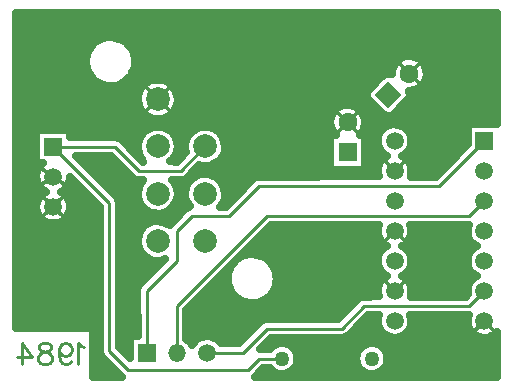
<source format=gbr>
G04 DipTrace 2.3.0.1*
%INBottomCopper.gbr*%
%MOIN*%
%ADD13C,0.01*%
%ADD14C,0.025*%
%ADD15C,0.013*%
%ADD16C,0.063*%
%ADD17R,0.063X0.063*%
%ADD18R,0.0591X0.0591*%
%ADD19O,0.0594X0.0591*%
%ADD20C,0.0591*%
%ADD21O,0.0591X0.0594*%
%ADD22C,0.05*%
%ADD23C,0.05*%
%ADD24C,0.0791*%
%ADD25C,0.18*%
%ADD54C,0.0108*%
%FSLAX44Y44*%
G04*
G70*
G90*
G75*
G01*
%LNBottom*%
%LPD*%
X1625Y8063D2*
D13*
X3687D1*
X4500Y7250D1*
X5870D1*
X6689Y8069D1*
X9250Y1000D2*
X8500D1*
X8125Y625D1*
X4125D1*
X3500Y1250D1*
Y6189D1*
X1625Y8063D1*
X5750Y1188D2*
Y2750D1*
X8750Y5750D1*
X15500D1*
X16000Y6250D1*
X4750Y1188D2*
Y3250D1*
X5750Y4250D1*
Y5250D1*
X6250Y5750D1*
X7500D1*
X8500Y6750D1*
X14500D1*
X16000Y8250D1*
X6750Y1188D2*
X7938D1*
X8750Y2000D1*
X11250D1*
X12000Y2750D1*
X15500D1*
X16000Y3250D1*
D25*
X1370Y11020D3*
X10430D3*
Y3540D3*
X1370D3*
X410Y12266D2*
D14*
X16401D1*
X410Y12018D2*
X16401D1*
X410Y11769D2*
X16401D1*
X410Y11520D2*
X2987D1*
X4092D2*
X16401D1*
X410Y11272D2*
X2792D1*
X4291D2*
X16401D1*
X410Y11023D2*
X2710D1*
X4369D2*
X13225D1*
X13775D2*
X16401D1*
X410Y10774D2*
X2710D1*
X4369D2*
X12964D1*
X14037D2*
X16401D1*
X410Y10525D2*
X2792D1*
X4287D2*
X12897D1*
X14103D2*
X16401D1*
X410Y10277D2*
X2991D1*
X4088D2*
X4909D1*
X5310D2*
X12432D1*
X14060D2*
X16401D1*
X410Y10028D2*
X4549D1*
X5670D2*
X12182D1*
X13861D2*
X16401D1*
X410Y9779D2*
X4440D1*
X5783D2*
X12057D1*
X13529D2*
X16401D1*
X410Y9531D2*
X4436D1*
X5787D2*
X12210D1*
X13377D2*
X16401D1*
X410Y9282D2*
X4530D1*
X5689D2*
X10999D1*
X11877D2*
X12460D1*
X13127D2*
X16401D1*
X410Y9033D2*
X4827D1*
X5396D2*
X10854D1*
X12021D2*
X16401D1*
X410Y8785D2*
X10842D1*
X12037D2*
X12815D1*
X13201D2*
X15417D1*
X410Y8536D2*
X1042D1*
X2209D2*
X4620D1*
X5603D2*
X6198D1*
X7181D2*
X10944D1*
X11935D2*
X12503D1*
X13514D2*
X15417D1*
X410Y8287D2*
X1042D1*
X3931D2*
X4464D1*
X5760D2*
X6042D1*
X7338D2*
X10835D1*
X12045D2*
X12424D1*
X13592D2*
X15417D1*
X410Y8039D2*
X1042D1*
X4181D2*
X4424D1*
X5795D2*
X6006D1*
X7373D2*
X10835D1*
X12045D2*
X12464D1*
X13553D2*
X15319D1*
X410Y7790D2*
X1042D1*
X5736D2*
X5940D1*
X7314D2*
X10835D1*
X12045D2*
X12663D1*
X13353D2*
X15069D1*
X410Y7541D2*
X1042D1*
X2619D2*
X3737D1*
X7111D2*
X10835D1*
X12045D2*
X12503D1*
X13510D2*
X14823D1*
X410Y7293D2*
X1089D1*
X2865D2*
X3987D1*
X6385D2*
X12424D1*
X13592D2*
X14573D1*
X410Y7044D2*
X1042D1*
X3115D2*
X4237D1*
X6135D2*
X6303D1*
X7076D2*
X8362D1*
X410Y6795D2*
X1108D1*
X2142D2*
X2424D1*
X3365D2*
X4499D1*
X5721D2*
X6077D1*
X7299D2*
X8077D1*
X410Y6546D2*
X1315D1*
X1935D2*
X2671D1*
X3611D2*
X4428D1*
X5795D2*
X6006D1*
X7373D2*
X7827D1*
X410Y6298D2*
X1092D1*
X2158D2*
X2921D1*
X3822D2*
X4456D1*
X5767D2*
X6034D1*
X7346D2*
X7577D1*
X410Y6049D2*
X1042D1*
X2209D2*
X3159D1*
X3842D2*
X4596D1*
X5627D2*
X6128D1*
X410Y5800D2*
X1104D1*
X2146D2*
X3159D1*
X3842D2*
X5831D1*
X410Y5552D2*
X1374D1*
X1877D2*
X3159D1*
X3842D2*
X4893D1*
X5326D2*
X5581D1*
X410Y5303D2*
X3159D1*
X3842D2*
X4549D1*
X8775D2*
X12424D1*
X13592D2*
X15417D1*
X410Y5054D2*
X3159D1*
X3842D2*
X4440D1*
X8525D2*
X12460D1*
X13556D2*
X15452D1*
X410Y4806D2*
X3159D1*
X3842D2*
X4436D1*
X8275D2*
X12643D1*
X13373D2*
X15635D1*
X410Y4557D2*
X3159D1*
X3842D2*
X4534D1*
X8029D2*
X12514D1*
X13502D2*
X15506D1*
X410Y4308D2*
X3159D1*
X3842D2*
X4835D1*
X8779D2*
X12424D1*
X13592D2*
X15417D1*
X410Y4060D2*
X3159D1*
X3842D2*
X5089D1*
X8994D2*
X12456D1*
X13560D2*
X15448D1*
X410Y3811D2*
X3159D1*
X3842D2*
X4842D1*
X7283D2*
X7436D1*
X9084D2*
X12635D1*
X13381D2*
X15628D1*
X410Y3562D2*
X3159D1*
X3842D2*
X4592D1*
X7033D2*
X7428D1*
X9092D2*
X12518D1*
X13498D2*
X15510D1*
X410Y3314D2*
X3159D1*
X3842D2*
X4417D1*
X6783D2*
X7499D1*
X9021D2*
X12424D1*
X13588D2*
X15417D1*
X410Y3065D2*
X3159D1*
X3842D2*
X4409D1*
X6537D2*
X7678D1*
X8842D2*
X11975D1*
X410Y2816D2*
X3159D1*
X3842D2*
X4409D1*
X6287D2*
X11596D1*
X410Y2567D2*
X3159D1*
X3842D2*
X4409D1*
X6092D2*
X11346D1*
X410Y2319D2*
X3159D1*
X3842D2*
X4409D1*
X6092D2*
X11100D1*
X12041D2*
X12428D1*
X13588D2*
X15421D1*
X410Y2070D2*
X3159D1*
X3842D2*
X4409D1*
X6092D2*
X8350D1*
X11791D2*
X12452D1*
X13564D2*
X15444D1*
X2982Y1821D2*
X3159D1*
X3842D2*
X4409D1*
X6092D2*
X8100D1*
X11541D2*
X12624D1*
X13392D2*
X15616D1*
X2982Y1573D2*
X3159D1*
X3842D2*
X4167D1*
X6185D2*
X6321D1*
X7181D2*
X7854D1*
X8795D2*
X16401D1*
X2982Y1324D2*
X3159D1*
X3896D2*
X4167D1*
X8545D2*
X8827D1*
X9674D2*
X11827D1*
X12674D2*
X16401D1*
X2982Y1075D2*
X3214D1*
X9783D2*
X11717D1*
X12783D2*
X16401D1*
X2982Y827D2*
X3452D1*
X9760D2*
X11741D1*
X12760D2*
X16401D1*
X2982Y578D2*
X3702D1*
X8549D2*
X8928D1*
X9568D2*
X11928D1*
X12568D2*
X16401D1*
X14079Y10475D2*
X14061Y10352D1*
X14016Y10235D1*
X13947Y10131D1*
X13858Y10044D1*
X13752Y9978D1*
X13635Y9936D1*
X13511Y9920D1*
X13470Y9921D1*
X13503Y9792D1*
X13474Y9672D1*
X13426Y9605D1*
X12980Y9160D1*
X12875Y9095D1*
X12751Y9086D1*
X12634Y9136D1*
X12252Y9514D1*
X12160Y9605D1*
X12095Y9711D1*
X12086Y9835D1*
X12136Y9951D1*
X12514Y10334D1*
X12605Y10426D1*
X12711Y10490D1*
X12838Y10499D1*
X12793Y10503D1*
X12916Y10473D1*
X12925Y10578D1*
X12955Y10699D1*
X13010Y10811D1*
X13088Y10908D1*
X13185Y10987D1*
X13296Y11043D1*
X13417Y11074D1*
X13542Y11078D1*
X13665Y11056D1*
X13780Y11008D1*
X13882Y10936D1*
X13966Y10845D1*
X14029Y10737D1*
X14068Y10618D1*
X14080Y10500D1*
X14079Y10475D1*
X10984Y8456D2*
X11042D1*
X10974Y8529D1*
X10911Y8636D1*
X10872Y8755D1*
X10859Y8879D1*
X10873Y9003D1*
X10913Y9121D1*
X10978Y9228D1*
X11064Y9318D1*
X11167Y9388D1*
X11283Y9434D1*
X11406Y9455D1*
X11530Y9449D1*
X11651Y9416D1*
X11761Y9358D1*
X11857Y9278D1*
X11933Y9179D1*
X11987Y9066D1*
X12015Y8945D1*
X12017Y8826D1*
X11992Y8703D1*
X11943Y8589D1*
X11870Y8488D1*
X11839Y8456D1*
X12019D1*
Y7296D1*
X10859D1*
Y8456D1*
X10984D1*
X4315Y1748D2*
X4436D1*
X4435Y3250D1*
X4460Y3372D1*
X4528Y3473D1*
X5365Y4310D1*
X5272Y4279D1*
X5148Y4260D1*
X5024Y4265D1*
X4902Y4293D1*
X4788Y4343D1*
X4685Y4414D1*
X4598Y4503D1*
X4529Y4607D1*
X4480Y4722D1*
X4454Y4844D1*
X4452Y4969D1*
X4473Y5092D1*
X4517Y5209D1*
X4582Y5316D1*
X4666Y5408D1*
X4765Y5483D1*
X4878Y5538D1*
X4998Y5571D1*
X5122Y5580D1*
X5246Y5566D1*
X5366Y5529D1*
X5503Y5448D1*
X6027Y5973D1*
X6141Y6045D1*
X6177Y6074D1*
X6107Y6178D1*
X6059Y6293D1*
X6033Y6415D1*
X6031Y6540D1*
X6052Y6663D1*
X6096Y6780D1*
X6161Y6886D1*
X6244Y6979D1*
X6344Y7054D1*
X6456Y7109D1*
X6577Y7142D1*
X6701Y7151D1*
X6825Y7137D1*
X6944Y7100D1*
X7054Y7041D1*
X7152Y6963D1*
X7232Y6868D1*
X7293Y6759D1*
X7333Y6640D1*
X7350Y6491D1*
X7338Y6366D1*
X7303Y6247D1*
X7247Y6135D1*
X7191Y6065D1*
X7371D1*
X8277Y6973D1*
X8381Y7042D1*
X8500Y7065D1*
X12478Y7068D1*
X12451Y7190D1*
Y7315D1*
X12479Y7436D1*
X12534Y7549D1*
X12612Y7646D1*
X12709Y7724D1*
X12756Y7750D1*
X12664Y7807D1*
X12575Y7894D1*
X12507Y7999D1*
X12464Y8116D1*
X12448Y8240D1*
X12459Y8364D1*
X12498Y8483D1*
X12562Y8590D1*
X12648Y8680D1*
X12752Y8749D1*
X12869Y8793D1*
X12993Y8810D1*
X13117Y8800D1*
X13236Y8762D1*
X13343Y8699D1*
X13434Y8613D1*
X13504Y8510D1*
X13549Y8394D1*
X13568Y8250D1*
X13554Y8126D1*
X13513Y8008D1*
X13447Y7902D1*
X13359Y7814D1*
X13258Y7749D1*
X13343Y7699D1*
X13434Y7613D1*
X13504Y7510D1*
X13549Y7394D1*
X13568Y7270D1*
X13559Y7151D1*
X13537Y7065D1*
X14371D1*
X15440Y8136D1*
Y8810D1*
X16428D1*
X16425Y9760D1*
Y12515D1*
X385D1*
Y2027D1*
X1470Y2030D1*
X2956D1*
Y385D1*
X3920D1*
X3277Y1027D1*
X3208Y1131D1*
X3185Y1250D1*
Y6059D1*
X2186Y7057D1*
X2172Y6937D1*
X2131Y6820D1*
X2065Y6714D1*
X1977Y6625D1*
X1879Y6562D1*
X1980Y6497D1*
X2067Y6407D1*
X2133Y6301D1*
X2173Y6183D1*
X2185Y6063D1*
X2172Y5939D1*
X2131Y5822D1*
X2065Y5716D1*
X1977Y5627D1*
X1872Y5560D1*
X1754Y5518D1*
X1630Y5503D1*
X1506Y5516D1*
X1388Y5556D1*
X1282Y5621D1*
X1192Y5708D1*
X1124Y5812D1*
X1081Y5930D1*
X1065Y6053D1*
X1077Y6177D1*
X1115Y6296D1*
X1180Y6403D1*
X1266Y6493D1*
X1370Y6562D1*
X1262Y6635D1*
X1177Y6726D1*
X1114Y6833D1*
X1076Y6952D1*
X1065Y7080D1*
X1082Y7204D1*
X1126Y7320D1*
X1195Y7424D1*
X1276Y7503D1*
X1065D1*
Y8624D1*
X2185D1*
Y8378D1*
X3687D1*
X3808Y8354D1*
X3909Y8286D1*
X4630Y7565D1*
X4598Y7653D1*
X4529Y7757D1*
X4480Y7872D1*
X4454Y7994D1*
X4452Y8119D1*
X4473Y8242D1*
X4517Y8359D1*
X4582Y8465D1*
X4666Y8558D1*
X4765Y8633D1*
X4878Y8688D1*
X4998Y8720D1*
X5122Y8730D1*
X5246Y8716D1*
X5366Y8679D1*
X5476Y8620D1*
X5573Y8542D1*
X5653Y8446D1*
X5715Y8338D1*
X5754Y8219D1*
X5771Y8069D1*
X5760Y7945D1*
X5725Y7825D1*
X5668Y7714D1*
X5591Y7616D1*
X5535Y7567D1*
X5738Y7565D1*
X6059Y7884D1*
X6033Y7994D1*
X6031Y8119D1*
X6052Y8242D1*
X6096Y8359D1*
X6161Y8465D1*
X6244Y8558D1*
X6344Y8633D1*
X6456Y8688D1*
X6577Y8720D1*
X6701Y8730D1*
X6825Y8716D1*
X6944Y8679D1*
X7054Y8620D1*
X7152Y8542D1*
X7232Y8446D1*
X7293Y8338D1*
X7333Y8219D1*
X7350Y8069D1*
X7338Y7945D1*
X7303Y7825D1*
X7247Y7714D1*
X7170Y7616D1*
X7076Y7534D1*
X6968Y7470D1*
X6851Y7429D1*
X6727Y7410D1*
X6603Y7414D1*
X6500Y7438D1*
X6093Y7027D1*
X5989Y6958D1*
X5870Y6935D1*
X5601D1*
X5653Y6868D1*
X5715Y6759D1*
X5754Y6640D1*
X5771Y6491D1*
X5760Y6366D1*
X5725Y6247D1*
X5668Y6135D1*
X5591Y6037D1*
X5497Y5955D1*
X5390Y5892D1*
X5272Y5850D1*
X5148Y5831D1*
X5024Y5836D1*
X4902Y5864D1*
X4788Y5914D1*
X4685Y5985D1*
X4598Y6074D1*
X4529Y6178D1*
X4480Y6293D1*
X4454Y6415D1*
X4452Y6540D1*
X4473Y6663D1*
X4517Y6780D1*
X4582Y6886D1*
X4620Y6935D1*
X4500D1*
X4378Y6959D1*
X4277Y7027D1*
X3556Y7748D1*
X2386D1*
X3723Y6411D1*
X3792Y6308D1*
X3815Y6189D1*
Y1380D1*
X4190Y1006D1*
Y1748D1*
X4315D1*
X6064Y1650D2*
X6179Y1551D1*
X6250Y1444D1*
X6305Y1527D1*
X6391Y1617D1*
X6495Y1686D1*
X6612Y1730D1*
X6735Y1748D1*
X6860Y1737D1*
X6978Y1699D1*
X7086Y1636D1*
X7177Y1551D1*
X7210Y1502D1*
X7809Y1503D1*
X8527Y2223D1*
X8631Y2292D1*
X8750Y2315D1*
X11121D1*
X11777Y2973D1*
X11881Y3042D1*
X12000Y3065D1*
X12478Y3068D1*
X12451Y3190D1*
Y3315D1*
X12479Y3436D1*
X12534Y3549D1*
X12612Y3646D1*
X12709Y3724D1*
X12756Y3750D1*
X12664Y3807D1*
X12575Y3894D1*
X12507Y3999D1*
X12464Y4116D1*
X12448Y4240D1*
X12459Y4364D1*
X12498Y4483D1*
X12562Y4590D1*
X12648Y4680D1*
X12756Y4750D1*
X12664Y4807D1*
X12575Y4894D1*
X12507Y4999D1*
X12464Y5116D1*
X12448Y5240D1*
X12459Y5364D1*
X12479Y5435D1*
X8879D1*
X6064Y2619D1*
X6065Y1653D1*
X9750Y876D2*
X9705Y760D1*
X9634Y657D1*
X9541Y575D1*
X9430Y518D1*
X9309Y488D1*
X9184Y489D1*
X9063Y520D1*
X8953Y579D1*
X8846Y685D1*
X8629D1*
X8339Y395D1*
X8385Y385D1*
X16425D1*
X16423Y1883D1*
X16332Y1799D1*
X16224Y1736D1*
X16104Y1700D1*
X15980Y1690D1*
X15857Y1708D1*
X15740Y1753D1*
X15637Y1823D1*
X15552Y1914D1*
X15488Y2022D1*
X15451Y2141D1*
X15440Y2265D1*
X15457Y2388D1*
X15471Y2435D1*
X13535D1*
X13568Y2270D1*
X13554Y2126D1*
X13513Y2008D1*
X13447Y1902D1*
X13359Y1814D1*
X13254Y1747D1*
X13137Y1705D1*
X13013Y1690D1*
X12889Y1703D1*
X12771Y1742D1*
X12664Y1807D1*
X12575Y1894D1*
X12507Y1999D1*
X12464Y2116D1*
X12448Y2240D1*
X12459Y2364D1*
X12482Y2434D1*
X12129Y2435D1*
X11473Y1777D1*
X11369Y1708D1*
X11250Y1685D1*
X8879D1*
X8511Y1316D1*
X8840Y1315D1*
X8965Y1429D1*
X9077Y1485D1*
X9198Y1512D1*
X9323Y1510D1*
X9443Y1477D1*
X9552Y1417D1*
X9644Y1332D1*
X9712Y1228D1*
X9753Y1110D1*
X9765Y1000D1*
X9750Y876D1*
X12750D2*
X12705Y760D1*
X12634Y657D1*
X12541Y575D1*
X12430Y518D1*
X12309Y488D1*
X12184Y489D1*
X12063Y520D1*
X11953Y579D1*
X11861Y663D1*
X11791Y766D1*
X11748Y883D1*
X11735Y1007D1*
X11752Y1131D1*
X11798Y1247D1*
X11870Y1348D1*
X11965Y1429D1*
X12077Y1485D1*
X12198Y1512D1*
X12323Y1510D1*
X12443Y1477D1*
X12552Y1417D1*
X12644Y1332D1*
X12712Y1228D1*
X12753Y1110D1*
X12765Y1000D1*
X12750Y876D1*
X15746Y3753D2*
X15656Y3807D1*
X15567Y3894D1*
X15499Y3999D1*
X15456Y4116D1*
X15440Y4240D1*
X15451Y4364D1*
X15490Y4483D1*
X15554Y4590D1*
X15641Y4680D1*
X15746Y4753D1*
X15656Y4807D1*
X15567Y4894D1*
X15499Y4999D1*
X15456Y5116D1*
X15440Y5240D1*
X15451Y5364D1*
X15475Y5434D1*
X13535Y5435D1*
X13560Y5345D1*
X13568Y5225D1*
X13548Y5102D1*
X13502Y4986D1*
X13431Y4883D1*
X13340Y4799D1*
X13260Y4750D1*
X13343Y4699D1*
X13434Y4613D1*
X13504Y4510D1*
X13549Y4394D1*
X13568Y4250D1*
X13554Y4126D1*
X13513Y4008D1*
X13447Y3902D1*
X13359Y3814D1*
X13258Y3749D1*
X13343Y3699D1*
X13434Y3613D1*
X13504Y3510D1*
X13549Y3394D1*
X13568Y3270D1*
X13559Y3151D1*
X13537Y3065D1*
X15371D1*
X15451Y3151D1*
X15440Y3240D1*
X15451Y3364D1*
X15490Y3483D1*
X15554Y3590D1*
X15641Y3680D1*
X15748Y3750D1*
X5771Y9615D2*
X5754Y9492D1*
X5715Y9373D1*
X5654Y9264D1*
X5574Y9169D1*
X5477Y9090D1*
X5367Y9031D1*
X5248Y8994D1*
X5124Y8980D1*
X4999Y8989D1*
X4879Y9022D1*
X4766Y9076D1*
X4666Y9151D1*
X4582Y9244D1*
X4517Y9350D1*
X4473Y9467D1*
X4452Y9590D1*
X4454Y9715D1*
X4480Y9837D1*
X4528Y9952D1*
X4597Y10056D1*
X4684Y10145D1*
X4787Y10216D1*
X4901Y10267D1*
X5023Y10295D1*
X5147Y10300D1*
X5271Y10281D1*
X5388Y10240D1*
X5496Y10177D1*
X5590Y10095D1*
X5667Y9996D1*
X5724Y9885D1*
X5759Y9766D1*
X5771Y9640D1*
Y9615D1*
X9065Y3535D2*
X9036Y3414D1*
X8990Y3298D1*
X8926Y3191D1*
X8846Y3095D1*
X8753Y3012D1*
X8648Y2944D1*
X8534Y2893D1*
X8413Y2860D1*
X8289Y2846D1*
X8165Y2851D1*
X8042Y2876D1*
X7925Y2918D1*
X7815Y2978D1*
X7716Y3054D1*
X7630Y3145D1*
X7559Y3247D1*
X7504Y3359D1*
X7467Y3479D1*
X7448Y3602D1*
X7449Y3727D1*
X7469Y3850D1*
X7507Y3969D1*
X7563Y4081D1*
X7636Y4182D1*
X7723Y4272D1*
X7823Y4347D1*
X7933Y4405D1*
X8051Y4447D1*
X8174Y4470D1*
X8298Y4473D1*
X8422Y4458D1*
X8542Y4424D1*
X8656Y4372D1*
X8760Y4303D1*
X8853Y4219D1*
X8931Y4122D1*
X8994Y4014D1*
X9039Y3897D1*
X9066Y3775D1*
X9075Y3660D1*
X9065Y3535D1*
X4345Y10776D2*
X4316Y10654D1*
X4269Y10538D1*
X4205Y10431D1*
X4126Y10335D1*
X4032Y10252D1*
X3927Y10184D1*
X3813Y10133D1*
X3693Y10100D1*
X3569Y10086D1*
X3444Y10092D1*
X3322Y10116D1*
X3204Y10158D1*
X3095Y10218D1*
X2996Y10294D1*
X2909Y10385D1*
X2838Y10487D1*
X2783Y10599D1*
X2746Y10719D1*
X2728Y10842D1*
Y10967D1*
X2748Y11090D1*
X2787Y11209D1*
X2843Y11321D1*
X2915Y11422D1*
X3002Y11512D1*
X3102Y11587D1*
X3213Y11646D1*
X3330Y11687D1*
X3453Y11710D1*
X3578Y11713D1*
X3702Y11698D1*
X3822Y11664D1*
X3935Y11612D1*
X4040Y11543D1*
X4132Y11459D1*
X4211Y11362D1*
X4273Y11254D1*
X4319Y11137D1*
X4346Y11016D1*
X4354Y10900D1*
X4345Y10776D1*
X13090Y10910D2*
D15*
X13910Y10090D1*
Y10910D2*
X13500Y10500D1*
X11029Y9286D2*
X11848Y8466D1*
Y9286D2*
X11029Y8466D1*
X1168Y7388D2*
X2082Y6738D1*
X1625Y7063D2*
X1168Y6738D1*
X1229Y6459D2*
X2021Y5668D1*
Y6459D2*
X1229Y5668D1*
X16000Y2250D2*
X16396Y1854D1*
X16000Y2250D2*
X15604Y1854D1*
X12612Y3646D2*
X13008Y3250D1*
X13404Y3646D2*
X13008Y3250D1*
Y5250D2*
X13404Y4854D1*
X13008Y5250D2*
X12612Y4854D1*
Y7646D2*
X13008Y7250D1*
X13404Y7646D2*
X13008Y7250D1*
X4644Y10107D2*
X5578Y9173D1*
Y10107D2*
X4644Y9173D1*
D16*
X13500Y10500D3*
G36*
X12347Y9793D2*
X12793Y10238D1*
X13238Y9793D1*
X12793Y9347D1*
X12347Y9793D1*
G37*
D17*
X11439Y7876D3*
D16*
Y8876D3*
D18*
X4750Y1188D3*
D19*
X5750D3*
D20*
X6750D3*
D18*
X1625Y8063D3*
D21*
Y7063D3*
D20*
Y6063D3*
D22*
X9250Y1000D3*
D23*
X12250D3*
D18*
X16000Y8250D3*
D20*
Y7250D3*
Y6250D3*
Y5250D3*
Y4250D3*
Y3250D3*
Y2250D3*
X13008D3*
Y3250D3*
Y4250D3*
Y5250D3*
Y6250D3*
Y7250D3*
Y8250D3*
D24*
X6689Y4920D3*
Y6491D3*
Y8069D3*
X5111Y4920D3*
Y6491D3*
Y8069D3*
Y9640D3*
X2637Y1393D2*
D54*
X2569Y1427D1*
X2469Y1527D1*
Y824D1*
X1817Y1293D2*
X1851Y1192D1*
X1918Y1125D1*
X2018Y1092D1*
X2051D1*
X2152Y1125D1*
X2219Y1192D1*
X2253Y1293D1*
Y1326D1*
X2219Y1427D1*
X2152Y1493D1*
X2051Y1527D1*
X2018D1*
X1918Y1493D1*
X1851Y1427D1*
X1817Y1293D1*
Y1125D1*
X1851Y958D1*
X1918Y857D1*
X2018Y824D1*
X2085D1*
X2185Y857D1*
X2219Y925D1*
X1434Y1527D2*
X1533Y1493D1*
X1568Y1427D1*
Y1359D1*
X1533Y1293D1*
X1467Y1259D1*
X1333Y1226D1*
X1232Y1192D1*
X1166Y1125D1*
X1133Y1058D1*
Y958D1*
X1166Y891D1*
X1199Y857D1*
X1300Y824D1*
X1434D1*
X1533Y857D1*
X1568Y891D1*
X1601Y958D1*
Y1058D1*
X1568Y1125D1*
X1500Y1192D1*
X1400Y1226D1*
X1267Y1259D1*
X1199Y1293D1*
X1166Y1359D1*
Y1427D1*
X1199Y1493D1*
X1300Y1527D1*
X1434D1*
X581Y824D2*
Y1527D1*
X917Y1058D1*
X414D1*
M02*

</source>
